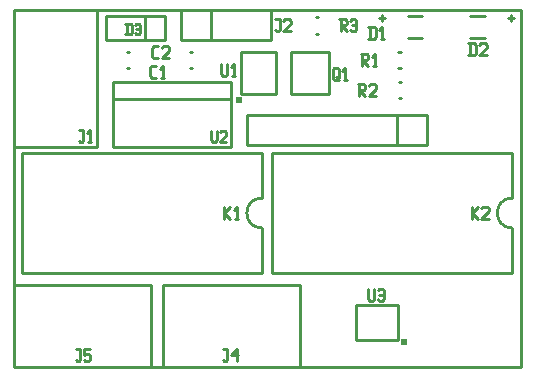
<source format=gbr>
G04 start of page 7 for group -4079 idx -4079 *
G04 Title: (unknown), topsilk *
G04 Creator: pcb 20110918 *
G04 CreationDate: Sun 03 Feb 2013 01:34:53 AM GMT UTC *
G04 For: petersen *
G04 Format: Gerber/RS-274X *
G04 PCB-Dimensions: 170000 120000 *
G04 PCB-Coordinate-Origin: lower left *
%MOIN*%
%FSLAX25Y25*%
%LNTOPSILK*%
%ADD67C,0.0100*%
%ADD66C,0.0001*%
G54D66*G36*
X74500Y90500D02*X76500D01*
Y88500D01*
X74500D01*
Y90500D01*
G37*
G36*
X129500Y10000D02*X131500D01*
Y8000D01*
X129500D01*
Y10000D01*
G37*
G54D67*X169500Y119500D02*Y500D01*
X123000Y118000D02*Y116000D01*
X122000Y117000D02*X124000D01*
X166000Y118000D02*Y116000D01*
X165000Y117000D02*X167000D01*
X500Y119500D02*X169500D01*
Y500D02*X500D01*
Y119500D01*
X72685Y74157D02*X33315D01*
X72685Y95811D02*X33315D01*
Y89905D02*X72685D01*
Y95811D02*Y74157D01*
X33315D02*Y95811D01*
X500Y119500D02*Y73831D01*
X28059D01*
Y119500D01*
X500D01*
Y500D02*X46169D01*
Y28059D02*Y500D01*
X500Y28059D02*X46169D01*
X500D02*Y500D01*
X50000D02*X95669D01*
Y28059D02*Y500D01*
X50000Y28059D02*X95669D01*
X50000D02*Y500D01*
X78000Y84500D02*X138000D01*
X78000D02*Y74500D01*
X138000D01*
Y84500D02*Y74500D01*
X128000Y84500D02*Y74500D01*
X138000D01*
X86500Y72000D02*X166500D01*
X86500D02*Y32000D01*
X166500D01*
Y72000D02*Y57000D01*
Y47000D02*Y32000D01*
Y57000D02*G75*G03X166500Y47000I0J-5000D01*G01*
X114500Y9500D02*X128400D01*
Y21300D02*Y9500D01*
X114500Y21300D02*X128400D01*
X114500D02*Y9500D01*
X131595Y110260D02*X136319D01*
X131595Y117740D02*X136319D01*
X3000Y72000D02*X83000D01*
X3000D02*Y32000D01*
X83000D01*
Y72000D02*Y57000D01*
Y47000D02*Y32000D01*
Y57000D02*G75*G03X83000Y47000I0J-5000D01*G01*
X152543Y117740D02*X157267D01*
X152543Y110260D02*X157267D01*
X101107Y111745D02*X101893D01*
X101107Y117255D02*X101893D01*
X128650Y90245D02*X129436D01*
X128650Y95755D02*X129436D01*
X128564Y100245D02*X129350D01*
X128564Y105755D02*X129350D01*
X59064Y100245D02*X59850D01*
X59064Y105755D02*X59850D01*
X56000Y109500D02*X86000D01*
Y119500D02*Y109500D01*
X56000Y119500D02*X86000D01*
X56000D02*Y109500D01*
X66000Y119500D02*Y109500D01*
X56000Y119500D02*X66000D01*
X105400Y105600D02*Y91700D01*
X92600Y105600D02*X105400D01*
X92600D02*Y91700D01*
X105400D01*
X44000Y117500D02*Y109500D01*
X31100Y117500D02*Y109500D01*
X50800Y117500D02*Y109500D01*
X31100D02*X50800D01*
X31100Y117500D02*X50800D01*
X76000Y105500D02*Y91600D01*
X87800D01*
Y105500D01*
X76000D01*
X38107Y100245D02*X38893D01*
X38107Y105755D02*X38893D01*
X22000Y79500D02*X23500D01*
Y76000D01*
X23000Y75500D02*X23500Y76000D01*
X22500Y75500D02*X23000D01*
X22000Y76000D02*X22500Y75500D01*
X25200D02*X26200D01*
X25700Y79500D02*Y75500D01*
X24700Y78500D02*X25700Y79500D01*
X70000Y6500D02*X71500D01*
Y3000D01*
X71000Y2500D02*X71500Y3000D01*
X70500Y2500D02*X71000D01*
X70000Y3000D02*X70500Y2500D01*
X72700Y4500D02*X74700Y6500D01*
X72700Y4500D02*X75200D01*
X74700Y6500D02*Y2500D01*
X153000Y54000D02*Y50000D01*
Y52000D02*X155000Y54000D01*
X153000Y52000D02*X155000Y50000D01*
X156200Y53500D02*X156700Y54000D01*
X158200D01*
X158700Y53500D01*
Y52500D01*
X156200Y50000D02*X158700Y52500D01*
X156200Y50000D02*X158700D01*
X70500Y54000D02*Y50000D01*
Y52000D02*X72500Y54000D01*
X70500Y52000D02*X72500Y50000D01*
X74200D02*X75200D01*
X74700Y54000D02*Y50000D01*
X73700Y53000D02*X74700Y54000D01*
X118500Y26800D02*Y23300D01*
X119000Y22800D01*
X120000D01*
X120500Y23300D01*
Y26800D02*Y23300D01*
X121700Y26300D02*X122200Y26800D01*
X123200D01*
X123700Y26300D01*
Y23300D01*
X123200Y22800D02*X123700Y23300D01*
X122200Y22800D02*X123200D01*
X121700Y23300D02*X122200Y22800D01*
Y24800D02*X123700D01*
X21000Y6500D02*X22500D01*
Y3000D01*
X22000Y2500D02*X22500Y3000D01*
X21500Y2500D02*X22000D01*
X21000Y3000D02*X21500Y2500D01*
X23700Y6500D02*X25700D01*
X23700D02*Y4500D01*
X24200Y5000D01*
X25200D01*
X25700Y4500D01*
Y3000D01*
X25200Y2500D02*X25700Y3000D01*
X24200Y2500D02*X25200D01*
X23700Y3000D02*X24200Y2500D01*
X106700Y99900D02*Y96900D01*
Y99900D02*X107200Y100400D01*
X108200D01*
X108700Y99900D01*
Y96900D01*
X108200Y96400D02*X108700Y96900D01*
X107200Y96400D02*X108200D01*
X106700Y96900D02*X107200Y96400D01*
X107700Y97400D02*X108700Y96400D01*
X110400D02*X111400D01*
X110900Y100400D02*Y96400D01*
X109900Y99400D02*X110900Y100400D01*
X152255Y108650D02*Y104650D01*
X153755Y108650D02*X154255Y108150D01*
Y105150D01*
X153755Y104650D02*X154255Y105150D01*
X151755Y104650D02*X153755D01*
X151755Y108650D02*X153755D01*
X155455Y108150D02*X155955Y108650D01*
X157455D01*
X157955Y108150D01*
Y107150D01*
X155455Y104650D02*X157955Y107150D01*
X155455Y104650D02*X157955D01*
X114979Y94960D02*X116979D01*
X117479Y94460D01*
Y93460D01*
X116979Y92960D02*X117479Y93460D01*
X115479Y92960D02*X116979D01*
X115479Y94960D02*Y90960D01*
Y92960D02*X117479Y90960D01*
X118679Y94460D02*X119179Y94960D01*
X120679D01*
X121179Y94460D01*
Y93460D01*
X118679Y90960D02*X121179Y93460D01*
X118679Y90960D02*X121179D01*
X116031Y105150D02*X118031D01*
X118531Y104650D01*
Y103650D01*
X118031Y103150D02*X118531Y103650D01*
X116531Y103150D02*X118031D01*
X116531Y105150D02*Y101150D01*
Y103150D02*X118531Y101150D01*
X120231D02*X121231D01*
X120731Y105150D02*Y101150D01*
X119731Y104150D02*X120731Y105150D01*
X46936Y103650D02*X48436D01*
X46436Y104150D02*X46936Y103650D01*
X46436Y107150D02*Y104150D01*
Y107150D02*X46936Y107650D01*
X48436D01*
X49636Y107150D02*X50136Y107650D01*
X51636D01*
X52136Y107150D01*
Y106150D01*
X49636Y103650D02*X52136Y106150D01*
X49636Y103650D02*X52136D01*
X87500Y116500D02*X89000D01*
Y113000D01*
X88500Y112500D02*X89000Y113000D01*
X88000Y112500D02*X88500D01*
X87500Y113000D02*X88000Y112500D01*
X90200Y116000D02*X90700Y116500D01*
X92200D01*
X92700Y116000D01*
Y115000D01*
X90200Y112500D02*X92700Y115000D01*
X90200Y112500D02*X92700D01*
X37945Y115110D02*Y111550D01*
X39280Y115110D02*X39725Y114665D01*
Y111995D01*
X39280Y111550D02*X39725Y111995D01*
X37500Y111550D02*X39280D01*
X37500Y115110D02*X39280D01*
X40793Y114665D02*X41238Y115110D01*
X42128D01*
X42573Y114665D01*
Y111995D01*
X42128Y111550D02*X42573Y111995D01*
X41238Y111550D02*X42128D01*
X40793Y111995D02*X41238Y111550D01*
Y113330D02*X42573D01*
X69500Y101800D02*Y98300D01*
X70000Y97800D01*
X71000D01*
X71500Y98300D01*
Y101800D02*Y98300D01*
X73200Y97800D02*X74200D01*
X73700Y101800D02*Y97800D01*
X72700Y100800D02*X73700Y101800D01*
X46307Y97150D02*X47807D01*
X45807Y97650D02*X46307Y97150D01*
X45807Y100650D02*Y97650D01*
Y100650D02*X46307Y101150D01*
X47807D01*
X49507Y97150D02*X50507D01*
X50007Y101150D02*Y97150D01*
X49007Y100150D02*X50007Y101150D01*
X66158Y79295D02*Y76180D01*
X66603Y75735D01*
X67493D01*
X67938Y76180D01*
Y79295D02*Y76180D01*
X69006Y78850D02*X69451Y79295D01*
X70786D01*
X71231Y78850D01*
Y77960D01*
X69006Y75735D02*X71231Y77960D01*
X69006Y75735D02*X71231D01*
X108807Y116650D02*X110807D01*
X111307Y116150D01*
Y115150D01*
X110807Y114650D02*X111307Y115150D01*
X109307Y114650D02*X110807D01*
X109307Y116650D02*Y112650D01*
Y114650D02*X111307Y112650D01*
X112507Y116150D02*X113007Y116650D01*
X114007D01*
X114507Y116150D01*
Y113150D01*
X114007Y112650D02*X114507Y113150D01*
X113007Y112650D02*X114007D01*
X112507Y113150D02*X113007Y112650D01*
Y114650D02*X114507D01*
X119000Y114000D02*Y110000D01*
X120500Y114000D02*X121000Y113500D01*
Y110500D01*
X120500Y110000D02*X121000Y110500D01*
X118500Y110000D02*X120500D01*
X118500Y114000D02*X120500D01*
X122700Y110000D02*X123700D01*
X123200Y114000D02*Y110000D01*
X122200Y113000D02*X123200Y114000D01*
M02*

</source>
